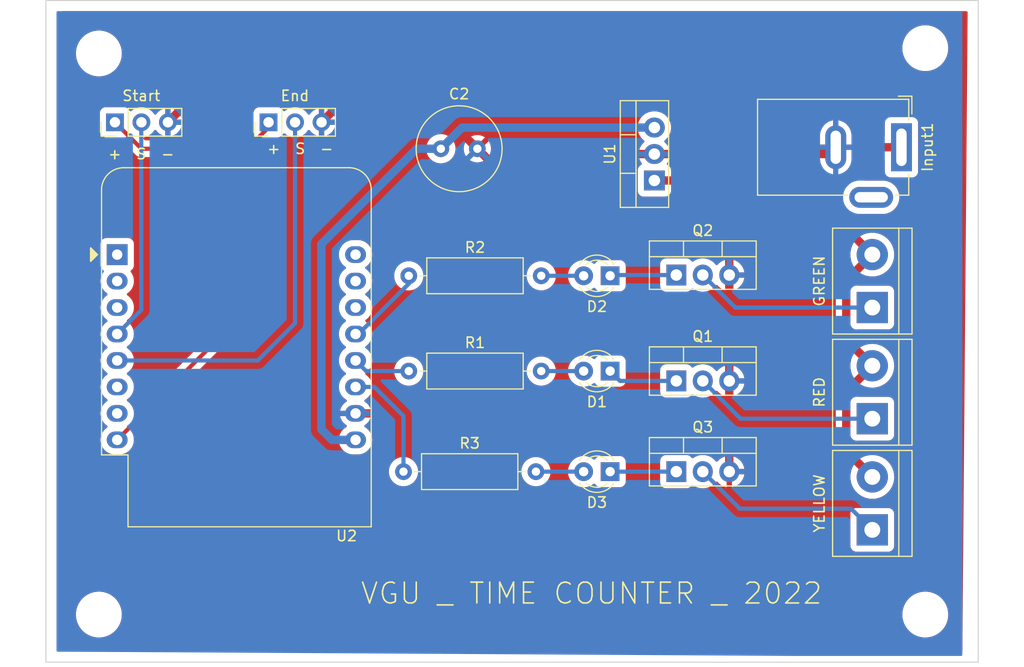
<source format=kicad_pcb>
(kicad_pcb (version 20211014) (generator pcbnew)
  (layers (0 "F.Cu" power) (31 "B.Cu" signal) (34 "B.Paste" user) (35 "F.Paste" user) (36 "B.SilkS" user "B.Silkscreen") (37 "F.SilkS" user "F.Silkscreen") (38 "B.Mask" user) (39 "F.Mask" user) (44 "Edge.Cuts" user))
  (net 0 "")
  (net 1 "+5V")
  (net 2 "GND")
  (net 3 "/Vin")
  (net 4 "/L1")
  (net 5 "/L2")
  (net 6 "/L3")
  (net 7 "Net-(D1-Pad1)")
  (net 8 "Net-(D1-Pad2)")
  (net 14 "Net-(D2-Pad1)")
  (net 18 "Net-(D2-Pad2)")
  (net 19 "Net-(D3-Pad1)")
  (net 20 "Net-(D3-Pad2)")
  (net 21 "+3V3")
  (net 22 "/Start")
  (net 23 "/Stop")
  (net 24 "/GREEN")
  (net 25 "/RED")
  (net 26 "/YELLOW")
  (footprint "MountingHole:MountingHole_3.2mm_M3" (layer "F.Cu") (at 133.604 67.564)
    (fp_text reference "REF**" hide)
    (fp_text value "MountingHole_3.2mm_M3")
    (pad "" np_thru_hole circle (at 0 0) (size 3.2 3.2) (drill 3.2) (layers *.Cu *.Mask))
  )
  (footprint "Resistor_THT:R_Axial_DIN0309_L9.0mm_D3.2mm_P12.70mm_Horizontal" (layer "F.Cu") (at 83.566 108.204)
    (fp_text reference "R3" (at 6.35 -2.72) (layer "F.SilkS"))
    (fp_text value "2.2k")
    (fp_line (start 1.73 -1.72) (end 1.73 1.72) (layer "F.SilkS") (width 0.12))
    (fp_line (start 10.97 -1.72) (end 1.73 -1.72) (layer "F.SilkS") (width 0.12))
    (fp_line (start 11.66 0) (end 10.97 0) (layer "F.SilkS") (width 0.12))
    (fp_line (start 1.73 1.72) (end 10.97 1.72) (layer "F.SilkS") (width 0.12))
    (fp_line (start 10.97 1.72) (end 10.97 -1.72) (layer "F.SilkS") (width 0.12))
    (fp_line (start 1.04 0) (end 1.73 0) (layer "F.SilkS") (width 0.12))
    (pad "1" thru_hole circle (at 0 0) (size 1.6 1.6) (drill 0.8) (layers *.Cu *.Mask) (net 26 "/YELLOW"))
    (pad "2" thru_hole oval (at 12.7 0) (size 1.6 1.6) (drill 0.8) (layers *.Cu *.Mask) (net 20 "Net-(D3-Pad2)"))
  )
  (footprint "Resistor_THT:R_Axial_DIN0309_L9.0mm_D3.2mm_P12.70mm_Horizontal" (layer "F.Cu") (at 84.074 89.408)
    (fp_text reference "R2" (at 6.35 -2.72) (layer "F.SilkS"))
    (fp_text value "2.2k")
    (fp_line (start 10.97 -1.72) (end 1.73 -1.72) (layer "F.SilkS") (width 0.12))
    (fp_line (start 11.66 0) (end 10.97 0) (layer "F.SilkS") (width 0.12))
    (fp_line (start 1.04 0) (end 1.73 0) (layer "F.SilkS") (width 0.12))
    (fp_line (start 1.73 1.72) (end 10.97 1.72) (layer "F.SilkS") (width 0.12))
    (fp_line (start 10.97 1.72) (end 10.97 -1.72) (layer "F.SilkS") (width 0.12))
    (fp_line (start 1.73 -1.72) (end 1.73 1.72) (layer "F.SilkS") (width 0.12))
    (pad "1" thru_hole circle (at 0 0) (size 1.6 1.6) (drill 0.8) (layers *.Cu *.Mask) (net 25 "/RED"))
    (pad "2" thru_hole oval (at 12.7 0) (size 1.6 1.6) (drill 0.8) (layers *.Cu *.Mask) (net 18 "Net-(D2-Pad2)"))
  )
  (footprint "TerminalBlock:TerminalBlock_bornier-2_P5.08mm" (layer "F.Cu") (at 128.524 113.792 90)
    (fp_text reference "YELLOW" (at 2.54 -5.08 90) (layer "F.SilkS"))
    (fp_text value "YELLOW")
    (fp_line (start -2.54 3.81) (end 7.62 3.81) (layer "F.SilkS") (width 0.12))
    (fp_line (start 7.62 -3.81) (end -2.54 -3.81) (layer "F.SilkS") (width 0.12))
    (fp_line (start 7.62 2.54) (end -2.54 2.54) (layer "F.SilkS") (width 0.12))
    (fp_line (start 7.62 3.81) (end 7.62 -3.81) (layer "F.SilkS") (width 0.12))
    (fp_line (start -2.54 -3.81) (end -2.54 3.81) (layer "F.SilkS") (width 0.12))
    (pad "1" thru_hole rect (at 0 0 90) (size 3 3) (drill 1.52) (layers *.Cu *.Mask) (net 6 "/L3"))
    (pad "2" thru_hole circle (at 5.08 0 90) (size 3 3) (drill 1.52) (layers *.Cu *.Mask) (net 3 "/Vin"))
  )
  (footprint "Module:WEMOS_D1_mini_light" (layer "F.Cu") (at 56.111 87.376)
    (fp_text reference "U2" (at 22 27) (layer "F.SilkS"))
    (fp_text value "WeMos_D1_mini")
    (fp_line (start -1.5 19.22) (end 1.04 19.22) (layer "F.SilkS") (width 0.12))
    (fp_line (start 24.36 26.12) (end 24.36 -6.21) (layer "F.SilkS") (width 0.12))
    (fp_line (start 22.24 -8.34) (end 0.63 -8.34) (layer "F.SilkS") (width 0.12))
    (fp_line (start -1.5 19.22) (end -1.5 -6.21) (layer "F.SilkS") (width 0.12))
    (fp_line (start 1.04 19.22) (end 1.04 26.12) (layer "F.SilkS") (width 0.12))
    (fp_line (start 1.04 26.12) (end 24.36 26.12) (layer "F.SilkS") (width 0.12))
    (fp_arc (start 22.23 -8.34) (mid 23.736137 -7.716137) (end 24.36 -6.21) (layer "F.SilkS") (width 0.12))
    (fp_arc (start -1.5 -6.21) (mid -0.876137 -7.716137) (end 0.63 -8.34) (layer "F.SilkS") (width 0.12))
    (fp_poly (pts (xy -2.54 -0.635) (xy -2.54 0.635) (xy -1.905 0)) (layer "F.SilkS") (width 0.15) (fill solid))
    (pad "1" thru_hole rect (at 0 0) (size 2 2) (drill 1) (layers *.Cu *.Mask))
    (pad "2" thru_hole oval (at 0 2.54) (size 2 1.6) (drill 1) (layers *.Cu *.Mask))
    (pad "3" thru_hole oval (at 0 5.08) (size 2 1.6) (drill 1) (layers *.Cu *.Mask))
    (pad "4" thru_hole oval (at 0 7.62) (size 2 1.6) (drill 1) (layers *.Cu *.Mask) (net 22 "/Start"))
    (pad "5" thru_hole oval (at 0 10.16) (size 2 1.6) (drill 1) (layers *.Cu *.Mask) (net 23 "/Stop"))
    (pad "6" thru_hole oval (at 0 12.7) (size 2 1.6) (drill 1) (layers *.Cu *.Mask))
    (pad "7" thru_hole oval (at 0 15.24) (size 2 1.6) (drill 1) (layers *.Cu *.Mask))
    (pad "8" thru_hole oval (at 0 17.78) (size 2 1.6) (drill 1) (layers *.Cu *.Mask) (net 21 "+3V3"))
    (pad "9" thru_hole oval (at 22.86 17.78) (size 2 1.6) (drill 1) (layers *.Cu *.Mask) (net 1 "+5V"))
    (pad "10" thru_hole oval (at 22.86 15.24) (size 2 1.6) (drill 1) (layers *.Cu *.Mask) (net 2 "GND"))
    (pad "11" thru_hole oval (at 22.86 12.7) (size 2 1.6) (drill 1) (layers *.Cu *.Mask) (net 26 "/YELLOW"))
    (pad "12" thru_hole oval (at 22.86 10.16) (size 2 1.6) (drill 1) (layers *.Cu *.Mask) (net 24 "/GREEN"))
    (pad "13" thru_hole oval (at 22.86 7.62) (size 2 1.6) (drill 1) (layers *.Cu *.Mask) (net 25 "/RED"))
    (pad "14" thru_hole oval (at 22.86 5.08) (size 2 1.6) (drill 1) (layers *.Cu *.Mask))
    (pad "15" thru_hole oval (at 22.86 2.54) (size 2 1.6) (drill 1) (layers *.Cu *.Mask))
    (pad "16" thru_hole oval (at 22.86 0) (size 2 1.6) (drill 1) (layers *.Cu *.Mask))
  )
  (footprint "LED_THT:LED_D3.0mm" (layer "F.Cu") (at 103.383 98.552 180)
    (fp_text reference "D1" (at 1.27 -2.96) (layer "F.SilkS"))
    (fp_text value "LED")
    (fp_line (start -0.29 1.08) (end -0.29 1.236) (layer "F.SilkS") (width 0.12))
    (fp_line (start -0.29 -1.236) (end -0.29 -1.08) (layer "F.SilkS") (width 0.12))
    (fp_arc (start 2.942335 1.078608) (mid 1.366487 1.987659) (end -0.29 1.235516) (layer "F.SilkS") (width 0.12))
    (fp_arc (start -0.29 -1.235516) (mid 1.366487 -1.987659) (end 2.942335 -1.078608) (layer "F.SilkS") (width 0.12))
    (fp_arc (start 2.31113 1.079837) (mid 1.270117 1.5) (end 0.229039 1.08) (layer "F.SilkS") (width 0.12))
    (fp_arc (start 0.229039 -1.08) (mid 1.270117 -1.5) (end 2.31113 -1.079837) (layer "F.SilkS") (width 0.12))
    (pad "1" thru_hole rect (at 0 0 180) (size 1.8 1.8) (drill 0.9) (layers *.Cu *.Mask) (net 7 "Net-(D1-Pad1)"))
    (pad "2" thru_hole circle (at 2.54 0 180) (size 1.8 1.8) (drill 0.9) (layers *.Cu *.Mask) (net 8 "Net-(D1-Pad2)"))
  )
  (footprint "Capacitor_THT:C_Radial_D8.0mm_H7.0mm_P3.50mm" (layer "F.Cu") (at 87.15 77.216)
    (fp_text reference "C2" (at 1.75 -5.25) (layer "F.SilkS"))
    (fp_text value "10uF")
    (fp_circle (center 1.75 0) (end 5.87 0) (layer "F.SilkS") (width 0.12) (fill none))
    (pad "1" thru_hole circle (at 0 0) (size 1.6 1.6) (drill 0.8) (layers *.Cu *.Mask) (net 1 "+5V"))
    (pad "2" thru_hole circle (at 3.5 0) (size 1.6 1.6) (drill 0.8) (layers *.Cu *.Mask) (net 2 "GND"))
  )
  (footprint "LED_THT:LED_D3.0mm" (layer "F.Cu") (at 103.383 89.408 180)
    (fp_text reference "D2" (at 1.27 -2.96) (layer "F.SilkS"))
    (fp_text value "LED")
    (fp_line (start -0.29 -1.236) (end -0.29 -1.08) (layer "F.SilkS") (width 0.12))
    (fp_line (start -0.29 1.08) (end -0.29 1.236) (layer "F.SilkS") (width 0.12))
    (fp_arc (start -0.29 -1.235516) (mid 1.366487 -1.987659) (end 2.942335 -1.078608) (layer "F.SilkS") (width 0.12))
    (fp_arc (start 2.31113 1.079837) (mid 1.270117 1.5) (end 0.229039 1.08) (layer "F.SilkS") (width 0.12))
    (fp_arc (start 0.229039 -1.08) (mid 1.270117 -1.5) (end 2.31113 -1.079837) (layer "F.SilkS") (width 0.12))
    (fp_arc (start 2.942335 1.078608) (mid 1.366487 1.987659) (end -0.29 1.235516) (layer "F.SilkS") (width 0.12))
    (pad "1" thru_hole rect (at 0 0 180) (size 1.8 1.8) (drill 0.9) (layers *.Cu *.Mask) (net 14 "Net-(D2-Pad1)"))
    (pad "2" thru_hole circle (at 2.54 0 180) (size 1.8 1.8) (drill 0.9) (layers *.Cu *.Mask) (net 18 "Net-(D2-Pad2)"))
  )
  (footprint "TerminalBlock:TerminalBlock_bornier-2_P5.08mm" (layer "F.Cu") (at 128.524 103.124 90)
    (fp_text reference "RED" (at 2.54 -5.08 90) (layer "F.SilkS"))
    (fp_text value "RED")
    (fp_line (start 7.62 -3.81) (end -2.54 -3.81) (layer "F.SilkS") (width 0.12))
    (fp_line (start 7.62 2.54) (end -2.54 2.54) (layer "F.SilkS") (width 0.12))
    (fp_line (start -2.54 -3.81) (end -2.54 3.81) (layer "F.SilkS") (width 0.12))
    (fp_line (start -2.54 3.81) (end 7.62 3.81) (layer "F.SilkS") (width 0.12))
    (fp_line (start 7.62 3.81) (end 7.62 -3.81) (layer "F.SilkS") (width 0.12))
    (pad "1" thru_hole rect (at 0 0 90) (size 3 3) (drill 1.52) (layers *.Cu *.Mask) (net 4 "/L1"))
    (pad "2" thru_hole circle (at 5.08 0 90) (size 3 3) (drill 1.52) (layers *.Cu *.Mask) (net 3 "/Vin"))
  )
  (footprint "TerminalBlock:TerminalBlock_bornier-2_P5.08mm" (layer "F.Cu") (at 128.524 92.456 90)
    (fp_text reference "GREEN" (at 2.54 -5.08 90) (layer "F.SilkS"))
    (fp_text value "GREEN")
    (fp_line (start -2.54 -3.81) (end -2.54 3.81) (layer "F.SilkS") (width 0.12))
    (fp_line (start 7.62 2.54) (end -2.54 2.54) (layer "F.SilkS") (width 0.12))
    (fp_line (start -2.54 3.81) (end 7.62 3.81) (layer "F.SilkS") (width 0.12))
    (fp_line (start 7.62 -3.81) (end -2.54 -3.81) (layer "F.SilkS") (width 0.12))
    (fp_line (start 7.62 3.81) (end 7.62 -3.81) (layer "F.SilkS") (width 0.12))
    (pad "1" thru_hole rect (at 0 0 90) (size 3 3) (drill 1.52) (layers *.Cu *.Mask) (net 5 "/L2"))
    (pad "2" thru_hole circle (at 5.08 0 90) (size 3 3) (drill 1.52) (layers *.Cu *.Mask) (net 3 "/Vin"))
  )
  (footprint "Connector_BarrelJack:BarrelJack_GCT_DCJ200-10-A_Horizontal" (layer "F.Cu") (at 131.318 77.074 -90)
    (fp_text reference "Input1" (at 0 -2.5 90) (layer "F.SilkS"))
    (fp_text value "12V Input")
    (fp_line (start -3.2 -1) (end -4.9 -1) (layer "F.SilkS") (width 0.12))
    (fp_line (start 4.6 -0.7) (end 4.6 0.6) (layer "F.SilkS") (width 0.12))
    (fp_line (start 4.6 5.2) (end 4.6 13.8) (layer "F.SilkS") (width 0.12))
    (fp_line (start 2.6 -0.7) (end 4.6 -0.7) (layer "F.SilkS") (width 0.12))
    (fp_line (start -4.9 -1) (end -4.9 0.3) (layer "F.SilkS") (width 0.12))
    (fp_line (start -4.6 -0.7) (end -2.6 -0.7) (layer "F.SilkS") (width 0.12))
    (fp_line (start 4.6 13.8) (end -4.6 13.8) (layer "F.SilkS") (width 0.12))
    (fp_line (start -4.6 13.8) (end -4.6 -0.7) (layer "F.SilkS") (width 0.12))
    (pad "1" thru_hole rect (at 0 0 270) (size 4.6 2) (drill oval 3.6 1) (layers *.Cu *.Mask) (net 3 "/Vin"))
    (pad "2" thru_hole oval (at 0 6.3 270) (size 4.2 2) (drill oval 3.2 1) (layers *.Cu *.Mask) (net 2 "GND"))
    (pad "3" thru_hole oval (at 4.8 2.9 270) (size 2 4.2) (drill oval 1 3.2) (layers *.Cu *.Mask))
  )
  (footprint "Connector_PinHeader_2.54mm:PinHeader_1x03_P2.54mm_Vertical" (layer "F.Cu") (at 70.627 74.676 90)
    (fp_text reference "J2" hide)
    (fp_text value "End" (at 2.54 2.525 180) (layer "F.SilkS"))
    (fp_line (start -1.33 1.27) (end 1.33 1.27) (layer "F.SilkS") (width 0.12))
    (fp_line (start 1.33 1.27) (end 1.33 6.41) (layer "F.SilkS") (width 0.12))
    (fp_line (start -1.33 -1.33) (end 0 -1.33) (layer "F.SilkS") (width 0.12))
    (fp_line (start -1.33 1.27) (end -1.33 6.41) (layer "F.SilkS") (width 0.12))
    (fp_line (start -1.33 6.41) (end 1.33 6.41) (layer "F.SilkS") (width 0.12))
    (fp_line (start -1.33 0) (end -1.33 -1.33) (layer "F.SilkS") (width 0.12))
    (pad "1" thru_hole rect (at 0 0 90) (size 1.7 1.7) (drill 1) (layers *.Cu *.Mask) (net 21 "+3V3"))
    (pad "2" thru_hole oval (at 0 2.54 90) (size 1.7 1.7) (drill 1) (layers *.Cu *.Mask) (net 23 "/Stop"))
    (pad "3" thru_hole oval (at 0 5.08 90) (size 1.7 1.7) (drill 1) (layers *.Cu *.Mask) (net 2 "GND"))
  )
  (footprint "Package_TO_SOT_THT:TO-220-3_Vertical" (layer "F.Cu") (at 107.625 80.264 90)
    (fp_text reference "U1" (at 2.54 -4.27 90) (layer "F.SilkS"))
    (fp_text value "LM7805_TO220")
    (fp_line (start 4.391 -3.27) (end 4.391 -1.76) (layer "F.SilkS") (width 0.12))
    (fp_line (start -2.58 -3.27) (end -2.58 1.371) (layer "F.SilkS") (width 0.12))
    (fp_line (start 7.66 -3.27) (end 7.66 1.371) (layer "F.SilkS") (width 0.12))
    (fp_line (start -2.58 -1.76) (end 7.66 -1.76) (layer "F.SilkS") (width 0.12))
    (fp_line (start -2.58 1.371) (end 7.66 1.371) (layer "F.SilkS") (width 0.12))
    (fp_line (start -2.58 -3.27) (end 7.66 -3.27) (layer "F.SilkS") (width 0.12))
    (fp_line (start 0.69 -3.27) (end 0.69 -1.76) (layer "F.SilkS") (width 0.12))
    (pad "1" thru_hole rect (at 0 0 90) (size 1.905 2) (drill 1.1) (layers *.Cu *.Mask) (net 3 "/Vin"))
    (pad "2" thru_hole oval (at 2.54 0 90) (size 1.905 2) (drill 1.1) (layers *.Cu *.Mask) (net 2 "GND"))
    (pad "3" thru_hole oval (at 5.08 0 90) (size 1.905 2) (drill 1.1) (layers *.Cu *.Mask) (net 1 "+5V"))
  )
  (footprint "Package_TO_SOT_THT:TO-220-3_Vertical" (layer "F.Cu") (at 109.728 89.337)
    (fp_text reference "Q2" (at 2.54 -4.27) (layer "F.SilkS"))
    (fp_text value "TIP120")
    (fp_line (start -2.58 1.371) (end 7.66 1.371) (layer "F.SilkS") (width 0.12))
    (fp_line (start 7.66 -3.27) (end 7.66 1.371) (layer "F.SilkS") (width 0.12))
    (fp_line (start -2.58 -3.27) (end -2.58 1.371) (layer "F.SilkS") (width 0.12))
    (fp_line (start -2.58 -3.27) (end 7.66 -3.27) (layer "F.SilkS") (width 0.12))
    (fp_line (start 4.391 -3.27) (end 4.391 -1.76) (layer "F.SilkS") (width 0.12))
    (fp_line (start -2.58 -1.76) (end 7.66 -1.76) (layer "F.SilkS") (width 0.12))
    (fp_line (start 0.69 -3.27) (end 0.69 -1.76) (layer "F.SilkS") (width 0.12))
    (pad "1" thru_hole rect (at 0 0) (size 1.905 2) (drill 1.1) (layers *.Cu *.Mask) (net 14 "Net-(D2-Pad1)"))
    (pad "2" thru_hole oval (at 2.54 0) (size 1.905 2) (drill 1.1) (layers *.Cu *.Mask) (net 5 "/L2"))
    (pad "3" thru_hole oval (at 5.08 0) (size 1.905 2) (drill 1.1) (layers *.Cu *.Mask) (net 2 "GND"))
  )
  (footprint "MountingHole:MountingHole_3.2mm_M3" (layer "F.Cu") (at 54.356 121.92)
    (fp_text reference "REF**" hide)
    (fp_text value "MountingHole_3.2mm_M3")
    (pad "" np_thru_hole circle (at 0 0) (size 3.2 3.2) (drill 3.2) (layers *.Cu *.Mask))
  )
  (footprint "Connector_PinHeader_2.54mm:PinHeader_1x03_P2.54mm_Vertical" (layer "F.Cu") (at 55.895 74.676 90)
    (fp_text reference "J1" hide)
    (fp_text value "Start" (at 2.54 2.525 180) (layer "F.SilkS"))
    (fp_line (start -1.33 0) (end -1.33 -1.33) (layer "F.SilkS") (width 0.12))
    (fp_line (start 1.33 1.27) (end 1.33 6.41) (layer "F.SilkS") (width 0.12))
    (fp_line (start -1.33 -1.33) (end 0 -1.33) (layer "F.SilkS") (width 0.12))
    (fp_line (start -1.33 1.27) (end -1.33 6.41) (layer "F.SilkS") (width 0.12))
    (fp_line (start -1.33 1.27) (end 1.33 1.27) (layer "F.SilkS") (width 0.12))
    (fp_line (start -1.33 6.41) (end 1.33 6.41) (layer "F.SilkS") (width 0.12))
    (pad "1" thru_hole rect (at 0 0 90) (size 1.7 1.7) (drill 1) (layers *.Cu *.Mask) (net 21 "+3V3"))
    (pad "2" thru_hole oval (at 0 2.54 90) (size 1.7 1.7) (drill 1) (layers *.Cu *.Mask) (net 22 "/Start"))
    (pad "3" thru_hole oval (at 0 5.08 90) (size 1.7 1.7) (drill 1) (layers *.Cu *.Mask) (net 2 "GND"))
  )
  (footprint "Resistor_THT:R_Axial_DIN0309_L9.0mm_D3.2mm_P12.70mm_Horizontal" (layer "F.Cu") (at 84.074 98.552)
    (fp_text reference "R1" (at 6.35 -2.72) (layer "F.SilkS"))
    (fp_text value "2.2k")
    (fp_line (start 10.97 1.72) (end 10.97 -1.72) (layer "F.SilkS") (width 0.12))
    (fp_line (start 1.73 1.72) (end 10.97 1.72) (layer "F.SilkS") (width 0.12))
    (fp_line (start 1.73 -1.72) (end 1.73 1.72) (layer "F.SilkS") (width 0.12))
    (fp_line (start 1.04 0) (end 1.73 0) (layer "F.SilkS") (width 0.12))
    (fp_line (start 10.97 -1.72) (end 1.73 -1.72) (layer "F.SilkS") (width 0.12))
    (fp_line (start 11.66 0) (end 10.97 0) (layer "F.SilkS") (width 0.12))
    (pad "1" thru_hole circle (at 0 0) (size 1.6 1.6) (drill 0.8) (layers *.Cu *.Mask) (net 24 "/GREEN"))
    (pad "2" thru_hole oval (at 12.7 0) (size 1.6 1.6) (drill 0.8) (layers *.Cu *.Mask) (net 8 "Net-(D1-Pad2)"))
  )
  (footprint "Package_TO_SOT_THT:TO-220-3_Vertical" (layer "F.Cu") (at 109.728 108.204)
    (fp_text reference "Q3" (at 2.54 -4.27) (layer "F.SilkS"))
    (fp_text value "TIP120")
    (fp_line (start -2.58 1.371) (end 7.66 1.371) (layer "F.SilkS") (width 0.12))
    (fp_line (start -2.58 -1.76) (end 7.66 -1.76) (layer "F.SilkS") (width 0.12))
    (fp_line (start 7.66 -3.27) (end 7.66 1.371) (layer "F.SilkS") (width 0.12))
    (fp_line (start 0.69 -3.27) (end 0.69 -1.76) (layer "F.SilkS") (width 0.12))
    (fp_line (start 4.391 -3.27) (end 4.391 -1.76) (layer "F.SilkS") (width 0.12))
    (fp_line (start -2.58 -3.27) (end 7.66 -3.27) (layer "F.SilkS") (width 0.12))
    (fp_line (start -2.58 -3.27) (end -2.58 1.371) (layer "F.SilkS") (width 0.12))
    (pad "1" thru_hole rect (at 0 0) (size 1.905 2) (drill 1.1) (layers *.Cu *.Mask) (net 19 "Net-(D3-Pad1)"))
    (pad "2" thru_hole oval (at 2.54 0) (size 1.905 2) (drill 1.1) (layers *.Cu *.Mask) (net 6 "/L3"))
    (pad "3" thru_hole oval (at 5.08 0) (size 1.905 2) (drill 1.1) (layers *.Cu *.Mask) (net 2 "GND"))
  )
  (footprint "LED_THT:LED_D3.0mm" (layer "F.Cu") (at 103.383 108.204 180)
    (fp_text reference "D3" (at 1.27 -2.96) (layer "F.SilkS"))
    (fp_text value "LED")
    (fp_line (start -0.29 -1.236) (end -0.29 -1.08) (layer "F.SilkS") (width 0.12))
    (fp_line (start -0.29 1.08) (end -0.29 1.236) (layer "F.SilkS") (width 0.12))
    (fp_arc (start 2.942335 1.078608) (mid 1.366487 1.987659) (end -0.29 1.235516) (layer "F.SilkS") (width 0.12))
    (fp_arc (start 0.229039 -1.08) (mid 1.270117 -1.5) (end 2.31113 -1.079837) (layer "F.SilkS") (width 0.12))
    (fp_arc (start 2.31113 1.079837) (mid 1.270117 1.5) (end 0.229039 1.08) (layer "F.SilkS") (width 0.12))
    (fp_arc (start -0.29 -1.235516) (mid 1.366487 -1.987659) (end 2.942335 -1.078608) (layer "F.SilkS") (width 0.12))
    (pad "1" thru_hole rect (at 0 0 180) (size 1.8 1.8) (drill 0.9) (layers *.Cu *.Mask) (net 19 "Net-(D3-Pad1)"))
    (pad "2" thru_hole circle (at 2.54 0 180) (size 1.8 1.8) (drill 0.9) (layers *.Cu *.Mask) (net 20 "Net-(D3-Pad2)"))
  )
  (footprint "MountingHole:MountingHole_3.2mm_M3" (layer "F.Cu") (at 54.356 68.072)
    (fp_text reference "REF**" hide)
    (fp_text value "MountingHole_3.2mm_M3")
    (pad "" np_thru_hole circle (at 0 0) (size 3.2 3.2) (drill 3.2) (layers *.Cu *.Mask))
  )
  (footprint "MountingHole:MountingHole_3.2mm_M3" (layer "F.Cu") (at 133.604 121.92)
    (fp_text reference "REF**" hide)
    (fp_text value "MountingHole_3.2mm_M3")
    (pad "" np_thru_hole circle (at 0 0) (size 3.2 3.2) (drill 3.2) (layers *.Cu *.Mask))
  )
  (footprint "Package_TO_SOT_THT:TO-220-3_Vertical" (layer "F.Cu") (at 109.728 99.497)
    (fp_text reference "Q1" (at 2.54 -4.27) (layer "F.SilkS"))
    (fp_text value "TIP120")
    (fp_line (start -2.58 -3.27) (end -2.58 1.371) (layer "F.SilkS") (width 0.12))
    (fp_line (start -2.58 -3.27) (end 7.66 -3.27) (layer "F.SilkS") (width 0.12))
    (fp_line (start -2.58 1.371) (end 7.66 1.371) (layer "F.SilkS") (width 0.12))
    (fp_line (start 4.391 -3.27) (end 4.391 -1.76) (layer "F.SilkS") (width 0.12))
    (fp_line (start -2.58 -1.76) (end 7.66 -1.76) (layer "F.SilkS") (width 0.12))
    (fp_line (start 0.69 -3.27) (end 0.69 -1.76) (layer "F.SilkS") (width 0.12))
    (fp_line (start 7.66 -3.27) (end 7.66 1.371) (layer "F.SilkS") (width 0.12))
    (pad "1" thru_hole rect (at 0 0) (size 1.905 2) (drill 1.1) (layers *.Cu *.Mask) (net 7 "Net-(D1-Pad1)"))
    (pad "2" thru_hole oval (at 2.54 0) (size 1.905 2) (drill 1.1) (layers *.Cu *.Mask) (net 4 "/L1"))
    (pad "3" thru_hole oval (at 5.08 0) (size 1.905 2) (drill 1.1) (layers *.Cu *.Mask) (net 2 "GND"))
  )
  (gr_line (start 49.276 126.492) (end 49.276 62.992) (layer "Edge.Cuts") (width 0.1))
  (gr_line (start 49.276 62.992) (end 138.684 62.992) (layer "Edge.Cuts") (width 0.1))
  (gr_line (start 138.684 126.492) (end 49.276 126.492) (layer "Edge.Cuts") (width 0.1))
  (gr_line (start 138.684 62.992) (end 138.684 126.492) (layer "Edge.Cuts") (width 0.1))
  (gr_text "S" (at 73.66 77.216) (layer "F.SilkS") (effects (font (size 1 1))))
  (gr_text "-" (at 60.96 77.724) (layer "F.SilkS") (effects (font (size 1 1))))
  (gr_text "-\n" (at 76.2 77.216) (layer "F.SilkS") (effects (font (size 1 1))))
  (gr_text "+\n" (at 55.88 77.724) (layer "F.SilkS") (effects (font (size 1 1))))
  (gr_text "S" (at 58.42 77.724) (layer "F.SilkS") (effects (font (size 1 1))))
  (gr_text "+" (at 71.12 77.216) (layer "F.SilkS") (effects (font (size 1 1))))
  (gr_text "VGU _ TIME COUNTER _ 2022" (at 101.6 119.888) (layer "F.SilkS") (effects (font (size 2 2))))
  (segment (start 77.724 105.156) (end 78.971 105.156) (width 0.8) (layer "B.Cu") (net 1))
  (segment (start 75.692 104.14) (end 76.708 105.156) (width 0.8) (layer "B.Cu") (net 1))
  (segment (start 75.692 86.36) (end 75.692 104.14) (width 0.8) (layer "B.Cu") (net 1))
  (segment (start 89.182 75.184) (end 87.15 77.216) (width 0.8) (layer "B.Cu") (net 1))
  (segment (start 76.708 105.156) (end 78.971 105.156) (width 0.8) (layer "B.Cu") (net 1))
  (segment (start 87.15 77.216) (end 87.376 77.216) (width 0.8) (layer "B.Cu") (net 1))
  (segment (start 84.836 77.216) (end 75.692 86.36) (width 0.8) (layer "B.Cu") (net 1))
  (segment (start 87.15 77.216) (end 84.836 77.216) (width 0.8) (layer "B.Cu") (net 1))
  (segment (start 107.625 75.184) (end 89.182 75.184) (width 0.8) (layer "B.Cu") (net 1))
  (segment (start 90.424 102.616) (end 93.19 99.85) (width 0.8) (layer "F.Cu") (net 2))
  (segment (start 77.739 72.644) (end 63.007 72.644) (width 0.8) (layer "F.Cu") (net 2))
  (segment (start 104.648 77.724) (end 124.368 77.724) (width 0.8) (layer "F.Cu") (net 2))
  (segment (start 86.078 72.644) (end 77.739 72.644) (width 0.8) (layer "F.Cu") (net 2))
  (segment (start 114.808 89.337) (end 114.808 99.497) (width 0.8) (layer "F.Cu") (net 2))
  (segment (start 114.808 87.537) (end 112.333 85.062) (width 0.8) (layer "F.Cu") (net 2))
  (segment (start 114.808 99.497) (end 114.808 108.204) (width 0.8) (layer "F.Cu") (net 2))
  (segment (start 63.007 72.644) (end 60.975 74.676) (width 0.8) (layer "F.Cu") (net 2))
  (segment (start 93.19 85.062) (end 93.19 79.756) (width 0.8) (layer "F.Cu") (net 2))
  (segment (start 93.19 79.756) (end 90.65 77.216) (width 0.8) (layer "F.Cu") (net 2))
  (segment (start 124.368 77.724) (end 125.018 77.074) (width 0.8) (layer "F.Cu") (net 2))
  (segment (start 78.971 102.616) (end 90.424 102.616) (width 0.8) (layer "F.Cu") (net 2))
  (segment (start 114.808 89.337) (end 114.808 87.537) (width 0.8) (layer "F.Cu") (net 2))
  (segment (start 112.333 85.062) (end 93.19 85.062) (width 0.8) (layer "F.Cu") (net 2))
  (segment (start 90.65 77.216) (end 86.078 72.644) (width 0.8) (layer "F.Cu") (net 2))
  (segment (start 104.648 77.724) (end 95.222 77.724) (width 0.8) (layer "F.Cu") (net 2))
  (segment (start 93.19 99.85) (end 93.19 85.062) (width 0.8) (layer "F.Cu") (net 2))
  (segment (start 77.739 72.644) (end 75.707 74.676) (width 0.8) (layer "F.Cu") (net 2))
  (segment (start 95.222 77.724) (end 93.19 79.756) (width 0.8) (layer "F.Cu") (net 2))
  (segment (start 126.024489 89.875511) (end 126.024489 95.544489) (width 0.8) (layer "F.Cu") (net 3))
  (segment (start 124.536708 80.264) (end 107.625 80.264) (width 0.8) (layer "F.Cu") (net 3))
  (segment (start 125.31848 81.045772) (end 125.31848 84.17048) (width 0.8) (layer "F.Cu") (net 3))
  (segment (start 128.524 87.376) (end 126.024489 89.875511) (width 0.8) (layer "F.Cu") (net 3))
  (segment (start 126.024489 106.212489) (end 128.524 108.712) (width 0.8) (layer "F.Cu") (net 3))
  (segment (start 126.024489 95.544489) (end 128.524 98.044) (width 0.8) (layer "F.Cu") (net 3))
  (segment (start 131.318 77.074) (end 129.290252 77.074) (width 0.8) (layer "F.Cu") (net 3))
  (segment (start 129.290252 77.074) (end 125.31848 81.045772) (width 0.8) (layer "F.Cu") (net 3))
  (segment (start 126.024489 100.543511) (end 126.024489 106.212489) (width 0.8) (layer "F.Cu") (net 3))
  (segment (start 128.524 98.044) (end 126.024489 100.543511) (width 0.8) (layer "F.Cu") (net 3))
  (segment (start 125.31848 84.17048) (end 128.524 87.376) (width 0.8) (layer "F.Cu") (net 3))
  (segment (start 125.31848 81.045772) (end 124.536708 80.264) (width 0.8) (layer "F.Cu") (net 3))
  (segment (start 115.895 103.124) (end 128.524 103.124) (width 0.4) (layer "B.Cu") (net 4))
  (segment (start 112.268 99.497) (end 115.895 103.124) (width 0.4) (layer "B.Cu") (net 4))
  (segment (start 115.387 92.456) (end 128.524 92.456) (width 0.4) (layer "B.Cu") (net 5))
  (segment (start 112.268 89.337) (end 115.387 92.456) (width 0.4) (layer "B.Cu") (net 5))
  (segment (start 126.492 111.76) (end 128.524 113.792) (width 0.4) (layer "B.Cu") (net 6))
  (segment (start 115.824 111.76) (end 126.492 111.76) (width 0.4) (layer "B.Cu") (net 6))
  (segment (start 112.268 108.204) (end 115.824 111.76) (width 0.4) (layer "B.Cu") (net 6))
  (segment (start 109.728 99.497) (end 104.328 99.497) (width 0.4) (layer "B.Cu") (net 7))
  (segment (start 104.328 99.497) (end 103.383 98.552) (width 0.4) (layer "B.Cu") (net 7))
  (segment (start 100.843 98.552) (end 96.774 98.552) (width 0.4) (layer "B.Cu") (net 8))
  (segment (start 103.454 89.337) (end 103.383 89.408) (width 0.4) (layer "B.Cu") (net 14))
  (segment (start 109.728 89.337) (end 103.454 89.337) (width 0.4) (layer "B.Cu") (net 14))
  (segment (start 100.843 89.408) (end 96.774 89.408) (width 0.4) (layer "B.Cu") (net 18))
  (segment (start 109.728 108.204) (end 103.383 108.204) (width 0.4) (layer "B.Cu") (net 19))
  (segment (start 100.843 108.204) (end 96.266 108.204) (width 0.4) (layer "B.Cu") (net 20))
  (segment (start 70.627 75.169) (end 68.58 77.216) (width 0.4) (layer "F.Cu") (net 21))
  (segment (start 58.435 77.216) (end 55.895 74.676) (width 0.4) (layer "F.Cu") (net 21))
  (segment (start 68.58 92.687) (end 68.58 77.216) (width 0.4) (layer "F.Cu") (net 21))
  (segment (start 68.58 77.216) (end 58.435 77.216) (width 0.4) (layer "F.Cu") (net 21))
  (segment (start 70.627 74.676) (end 70.627 75.169) (width 0.4) (layer "F.Cu") (net 21))
  (segment (start 56.111 105.156) (end 68.58 92.687) (width 0.4) (layer "F.Cu") (net 21))
  (segment (start 58.42 92.687) (end 56.111 94.996) (width 0.4) (layer "B.Cu") (net 22))
  (segment (start 58.42 74.168) (end 58.42 92.687) (width 0.4) (layer "B.Cu") (net 22))
  (segment (start 73.675 74.676) (end 73.66 74.676) (width 0.4) (layer "F.Cu") (net 23))
  (segment (start 69.596 97.536) (end 56.111 97.536) (width 0.4) (layer "B.Cu") (net 23))
  (segment (start 73.167 74.676) (end 73.167 93.965) (width 0.4) (layer "B.Cu") (net 23))
  (segment (start 73.167 93.965) (end 69.596 97.536) (width 0.4) (layer "B.Cu") (net 23))
  (segment (start 79.987 98.552) (end 78.971 97.536) (width 0.4) (layer "B.Cu") (net 24))
  (segment (start 84.074 98.552) (end 79.987 98.552) (width 0.4) (layer "B.Cu") (net 24))
  (segment (start 79.248 94.996) (end 78.971 94.996) (width 0.4) (layer "B.Cu") (net 25))
  (segment (start 84.074 90.17) (end 79.248 94.996) (width 0.4) (layer "B.Cu") (net 25))
  (segment (start 84.074 89.408) (end 84.074 90.17) (width 0.4) (layer "B.Cu") (net 25))
  (segment (start 83.566 102.87) (end 80.772 100.076) (width 0.4) (layer "B.Cu") (net 26))
  (segment (start 80.772 100.076) (end 78.971 100.076) (width 0.4) (layer "B.Cu") (net 26))
  (segment (start 83.566 108.204) (end 83.566 102.87) (width 0.4) (layer "B.Cu") (net 26))
  (zone (net 2) (net_name "GND") (layer "F.Cu") (name "GND") (connect_pads (clearance 0.6)) (min_thickness 0.254) (fill yes (thermal_gap 0.508) (thermal_bridge_width 0.508))
    (polygon (pts (xy 137.16 125.476) (xy 50.292 125.476) (xy 50.8 64.008) (xy 137.668 64.008)))
  )
  (zone (net 2) (net_name "GND") (layer "B.Cu") (connect_pads (clearance 0.6)) (min_thickness 0.254) (fill yes (thermal_gap 0.508) (thermal_bridge_width 0.508))
    (polygon (pts (xy 137.16 125.984) (xy 50.292 125.476) (xy 50.292 64.008) (xy 137.16 64.008)))
  )
)
</source>
